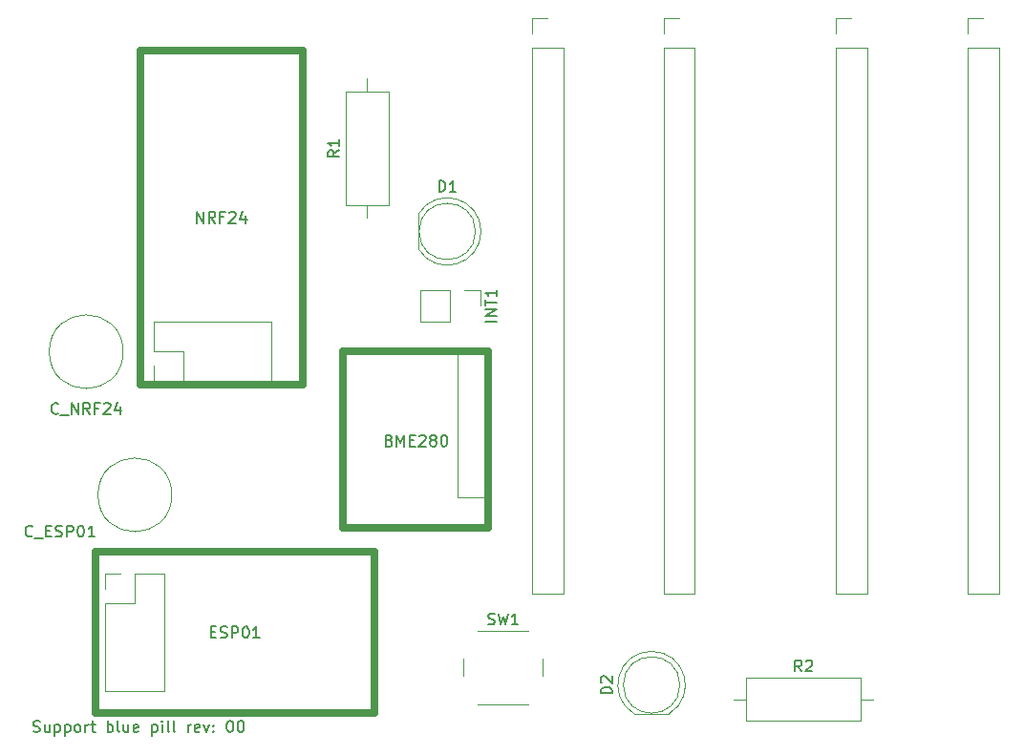
<source format=gto>
%TF.GenerationSoftware,KiCad,Pcbnew,9.0.7*%
%TF.CreationDate,2026-01-24T19:15:04+01:00*%
%TF.ProjectId,carte_support_reveil,63617274-655f-4737-9570-706f72745f72,rev?*%
%TF.SameCoordinates,Original*%
%TF.FileFunction,Legend,Top*%
%TF.FilePolarity,Positive*%
%FSLAX46Y46*%
G04 Gerber Fmt 4.6, Leading zero omitted, Abs format (unit mm)*
G04 Created by KiCad (PCBNEW 9.0.7) date 2026-01-24 19:15:04*
%MOMM*%
%LPD*%
G01*
G04 APERTURE LIST*
%ADD10C,0.700000*%
%ADD11C,0.200000*%
%ADD12C,0.150000*%
%ADD13C,0.120000*%
G04 APERTURE END LIST*
D10*
X122788000Y-101250000D02*
X135632000Y-101250000D01*
X135632000Y-116854000D01*
X122788000Y-116854000D01*
X122788000Y-101250000D01*
X100788000Y-119030000D02*
X125588000Y-119030000D01*
X125588000Y-133330000D01*
X100788000Y-133330000D01*
X100788000Y-119030000D01*
X104826000Y-74580000D02*
X119160000Y-74580000D01*
X119160000Y-104188000D01*
X104826000Y-104188000D01*
X104826000Y-74580000D01*
D11*
X95318054Y-134947600D02*
X95460911Y-134995219D01*
X95460911Y-134995219D02*
X95699006Y-134995219D01*
X95699006Y-134995219D02*
X95794244Y-134947600D01*
X95794244Y-134947600D02*
X95841863Y-134899980D01*
X95841863Y-134899980D02*
X95889482Y-134804742D01*
X95889482Y-134804742D02*
X95889482Y-134709504D01*
X95889482Y-134709504D02*
X95841863Y-134614266D01*
X95841863Y-134614266D02*
X95794244Y-134566647D01*
X95794244Y-134566647D02*
X95699006Y-134519028D01*
X95699006Y-134519028D02*
X95508530Y-134471409D01*
X95508530Y-134471409D02*
X95413292Y-134423790D01*
X95413292Y-134423790D02*
X95365673Y-134376171D01*
X95365673Y-134376171D02*
X95318054Y-134280933D01*
X95318054Y-134280933D02*
X95318054Y-134185695D01*
X95318054Y-134185695D02*
X95365673Y-134090457D01*
X95365673Y-134090457D02*
X95413292Y-134042838D01*
X95413292Y-134042838D02*
X95508530Y-133995219D01*
X95508530Y-133995219D02*
X95746625Y-133995219D01*
X95746625Y-133995219D02*
X95889482Y-134042838D01*
X96746625Y-134328552D02*
X96746625Y-134995219D01*
X96318054Y-134328552D02*
X96318054Y-134852361D01*
X96318054Y-134852361D02*
X96365673Y-134947600D01*
X96365673Y-134947600D02*
X96460911Y-134995219D01*
X96460911Y-134995219D02*
X96603768Y-134995219D01*
X96603768Y-134995219D02*
X96699006Y-134947600D01*
X96699006Y-134947600D02*
X96746625Y-134899980D01*
X97222816Y-134328552D02*
X97222816Y-135328552D01*
X97222816Y-134376171D02*
X97318054Y-134328552D01*
X97318054Y-134328552D02*
X97508530Y-134328552D01*
X97508530Y-134328552D02*
X97603768Y-134376171D01*
X97603768Y-134376171D02*
X97651387Y-134423790D01*
X97651387Y-134423790D02*
X97699006Y-134519028D01*
X97699006Y-134519028D02*
X97699006Y-134804742D01*
X97699006Y-134804742D02*
X97651387Y-134899980D01*
X97651387Y-134899980D02*
X97603768Y-134947600D01*
X97603768Y-134947600D02*
X97508530Y-134995219D01*
X97508530Y-134995219D02*
X97318054Y-134995219D01*
X97318054Y-134995219D02*
X97222816Y-134947600D01*
X98127578Y-134328552D02*
X98127578Y-135328552D01*
X98127578Y-134376171D02*
X98222816Y-134328552D01*
X98222816Y-134328552D02*
X98413292Y-134328552D01*
X98413292Y-134328552D02*
X98508530Y-134376171D01*
X98508530Y-134376171D02*
X98556149Y-134423790D01*
X98556149Y-134423790D02*
X98603768Y-134519028D01*
X98603768Y-134519028D02*
X98603768Y-134804742D01*
X98603768Y-134804742D02*
X98556149Y-134899980D01*
X98556149Y-134899980D02*
X98508530Y-134947600D01*
X98508530Y-134947600D02*
X98413292Y-134995219D01*
X98413292Y-134995219D02*
X98222816Y-134995219D01*
X98222816Y-134995219D02*
X98127578Y-134947600D01*
X99175197Y-134995219D02*
X99079959Y-134947600D01*
X99079959Y-134947600D02*
X99032340Y-134899980D01*
X99032340Y-134899980D02*
X98984721Y-134804742D01*
X98984721Y-134804742D02*
X98984721Y-134519028D01*
X98984721Y-134519028D02*
X99032340Y-134423790D01*
X99032340Y-134423790D02*
X99079959Y-134376171D01*
X99079959Y-134376171D02*
X99175197Y-134328552D01*
X99175197Y-134328552D02*
X99318054Y-134328552D01*
X99318054Y-134328552D02*
X99413292Y-134376171D01*
X99413292Y-134376171D02*
X99460911Y-134423790D01*
X99460911Y-134423790D02*
X99508530Y-134519028D01*
X99508530Y-134519028D02*
X99508530Y-134804742D01*
X99508530Y-134804742D02*
X99460911Y-134899980D01*
X99460911Y-134899980D02*
X99413292Y-134947600D01*
X99413292Y-134947600D02*
X99318054Y-134995219D01*
X99318054Y-134995219D02*
X99175197Y-134995219D01*
X99937102Y-134995219D02*
X99937102Y-134328552D01*
X99937102Y-134519028D02*
X99984721Y-134423790D01*
X99984721Y-134423790D02*
X100032340Y-134376171D01*
X100032340Y-134376171D02*
X100127578Y-134328552D01*
X100127578Y-134328552D02*
X100222816Y-134328552D01*
X100413293Y-134328552D02*
X100794245Y-134328552D01*
X100556150Y-133995219D02*
X100556150Y-134852361D01*
X100556150Y-134852361D02*
X100603769Y-134947600D01*
X100603769Y-134947600D02*
X100699007Y-134995219D01*
X100699007Y-134995219D02*
X100794245Y-134995219D01*
X101889484Y-134995219D02*
X101889484Y-133995219D01*
X101889484Y-134376171D02*
X101984722Y-134328552D01*
X101984722Y-134328552D02*
X102175198Y-134328552D01*
X102175198Y-134328552D02*
X102270436Y-134376171D01*
X102270436Y-134376171D02*
X102318055Y-134423790D01*
X102318055Y-134423790D02*
X102365674Y-134519028D01*
X102365674Y-134519028D02*
X102365674Y-134804742D01*
X102365674Y-134804742D02*
X102318055Y-134899980D01*
X102318055Y-134899980D02*
X102270436Y-134947600D01*
X102270436Y-134947600D02*
X102175198Y-134995219D01*
X102175198Y-134995219D02*
X101984722Y-134995219D01*
X101984722Y-134995219D02*
X101889484Y-134947600D01*
X102937103Y-134995219D02*
X102841865Y-134947600D01*
X102841865Y-134947600D02*
X102794246Y-134852361D01*
X102794246Y-134852361D02*
X102794246Y-133995219D01*
X103746627Y-134328552D02*
X103746627Y-134995219D01*
X103318056Y-134328552D02*
X103318056Y-134852361D01*
X103318056Y-134852361D02*
X103365675Y-134947600D01*
X103365675Y-134947600D02*
X103460913Y-134995219D01*
X103460913Y-134995219D02*
X103603770Y-134995219D01*
X103603770Y-134995219D02*
X103699008Y-134947600D01*
X103699008Y-134947600D02*
X103746627Y-134899980D01*
X104603770Y-134947600D02*
X104508532Y-134995219D01*
X104508532Y-134995219D02*
X104318056Y-134995219D01*
X104318056Y-134995219D02*
X104222818Y-134947600D01*
X104222818Y-134947600D02*
X104175199Y-134852361D01*
X104175199Y-134852361D02*
X104175199Y-134471409D01*
X104175199Y-134471409D02*
X104222818Y-134376171D01*
X104222818Y-134376171D02*
X104318056Y-134328552D01*
X104318056Y-134328552D02*
X104508532Y-134328552D01*
X104508532Y-134328552D02*
X104603770Y-134376171D01*
X104603770Y-134376171D02*
X104651389Y-134471409D01*
X104651389Y-134471409D02*
X104651389Y-134566647D01*
X104651389Y-134566647D02*
X104175199Y-134661885D01*
X105841866Y-134328552D02*
X105841866Y-135328552D01*
X105841866Y-134376171D02*
X105937104Y-134328552D01*
X105937104Y-134328552D02*
X106127580Y-134328552D01*
X106127580Y-134328552D02*
X106222818Y-134376171D01*
X106222818Y-134376171D02*
X106270437Y-134423790D01*
X106270437Y-134423790D02*
X106318056Y-134519028D01*
X106318056Y-134519028D02*
X106318056Y-134804742D01*
X106318056Y-134804742D02*
X106270437Y-134899980D01*
X106270437Y-134899980D02*
X106222818Y-134947600D01*
X106222818Y-134947600D02*
X106127580Y-134995219D01*
X106127580Y-134995219D02*
X105937104Y-134995219D01*
X105937104Y-134995219D02*
X105841866Y-134947600D01*
X106746628Y-134995219D02*
X106746628Y-134328552D01*
X106746628Y-133995219D02*
X106699009Y-134042838D01*
X106699009Y-134042838D02*
X106746628Y-134090457D01*
X106746628Y-134090457D02*
X106794247Y-134042838D01*
X106794247Y-134042838D02*
X106746628Y-133995219D01*
X106746628Y-133995219D02*
X106746628Y-134090457D01*
X107365675Y-134995219D02*
X107270437Y-134947600D01*
X107270437Y-134947600D02*
X107222818Y-134852361D01*
X107222818Y-134852361D02*
X107222818Y-133995219D01*
X107889485Y-134995219D02*
X107794247Y-134947600D01*
X107794247Y-134947600D02*
X107746628Y-134852361D01*
X107746628Y-134852361D02*
X107746628Y-133995219D01*
X109032343Y-134995219D02*
X109032343Y-134328552D01*
X109032343Y-134519028D02*
X109079962Y-134423790D01*
X109079962Y-134423790D02*
X109127581Y-134376171D01*
X109127581Y-134376171D02*
X109222819Y-134328552D01*
X109222819Y-134328552D02*
X109318057Y-134328552D01*
X110032343Y-134947600D02*
X109937105Y-134995219D01*
X109937105Y-134995219D02*
X109746629Y-134995219D01*
X109746629Y-134995219D02*
X109651391Y-134947600D01*
X109651391Y-134947600D02*
X109603772Y-134852361D01*
X109603772Y-134852361D02*
X109603772Y-134471409D01*
X109603772Y-134471409D02*
X109651391Y-134376171D01*
X109651391Y-134376171D02*
X109746629Y-134328552D01*
X109746629Y-134328552D02*
X109937105Y-134328552D01*
X109937105Y-134328552D02*
X110032343Y-134376171D01*
X110032343Y-134376171D02*
X110079962Y-134471409D01*
X110079962Y-134471409D02*
X110079962Y-134566647D01*
X110079962Y-134566647D02*
X109603772Y-134661885D01*
X110413296Y-134328552D02*
X110651391Y-134995219D01*
X110651391Y-134995219D02*
X110889486Y-134328552D01*
X111270439Y-134899980D02*
X111318058Y-134947600D01*
X111318058Y-134947600D02*
X111270439Y-134995219D01*
X111270439Y-134995219D02*
X111222820Y-134947600D01*
X111222820Y-134947600D02*
X111270439Y-134899980D01*
X111270439Y-134899980D02*
X111270439Y-134995219D01*
X111270439Y-134376171D02*
X111318058Y-134423790D01*
X111318058Y-134423790D02*
X111270439Y-134471409D01*
X111270439Y-134471409D02*
X111222820Y-134423790D01*
X111222820Y-134423790D02*
X111270439Y-134376171D01*
X111270439Y-134376171D02*
X111270439Y-134471409D01*
X112699010Y-133995219D02*
X112794248Y-133995219D01*
X112794248Y-133995219D02*
X112889486Y-134042838D01*
X112889486Y-134042838D02*
X112937105Y-134090457D01*
X112937105Y-134090457D02*
X112984724Y-134185695D01*
X112984724Y-134185695D02*
X113032343Y-134376171D01*
X113032343Y-134376171D02*
X113032343Y-134614266D01*
X113032343Y-134614266D02*
X112984724Y-134804742D01*
X112984724Y-134804742D02*
X112937105Y-134899980D01*
X112937105Y-134899980D02*
X112889486Y-134947600D01*
X112889486Y-134947600D02*
X112794248Y-134995219D01*
X112794248Y-134995219D02*
X112699010Y-134995219D01*
X112699010Y-134995219D02*
X112603772Y-134947600D01*
X112603772Y-134947600D02*
X112556153Y-134899980D01*
X112556153Y-134899980D02*
X112508534Y-134804742D01*
X112508534Y-134804742D02*
X112460915Y-134614266D01*
X112460915Y-134614266D02*
X112460915Y-134376171D01*
X112460915Y-134376171D02*
X112508534Y-134185695D01*
X112508534Y-134185695D02*
X112556153Y-134090457D01*
X112556153Y-134090457D02*
X112603772Y-134042838D01*
X112603772Y-134042838D02*
X112699010Y-133995219D01*
X113651391Y-133995219D02*
X113746629Y-133995219D01*
X113746629Y-133995219D02*
X113841867Y-134042838D01*
X113841867Y-134042838D02*
X113889486Y-134090457D01*
X113889486Y-134090457D02*
X113937105Y-134185695D01*
X113937105Y-134185695D02*
X113984724Y-134376171D01*
X113984724Y-134376171D02*
X113984724Y-134614266D01*
X113984724Y-134614266D02*
X113937105Y-134804742D01*
X113937105Y-134804742D02*
X113889486Y-134899980D01*
X113889486Y-134899980D02*
X113841867Y-134947600D01*
X113841867Y-134947600D02*
X113746629Y-134995219D01*
X113746629Y-134995219D02*
X113651391Y-134995219D01*
X113651391Y-134995219D02*
X113556153Y-134947600D01*
X113556153Y-134947600D02*
X113508534Y-134899980D01*
X113508534Y-134899980D02*
X113460915Y-134804742D01*
X113460915Y-134804742D02*
X113413296Y-134614266D01*
X113413296Y-134614266D02*
X113413296Y-134376171D01*
X113413296Y-134376171D02*
X113460915Y-134185695D01*
X113460915Y-134185695D02*
X113508534Y-134090457D01*
X113508534Y-134090457D02*
X113556153Y-134042838D01*
X113556153Y-134042838D02*
X113651391Y-133995219D01*
X97523809Y-106686980D02*
X97476190Y-106734600D01*
X97476190Y-106734600D02*
X97333333Y-106782219D01*
X97333333Y-106782219D02*
X97238095Y-106782219D01*
X97238095Y-106782219D02*
X97095238Y-106734600D01*
X97095238Y-106734600D02*
X97000000Y-106639361D01*
X97000000Y-106639361D02*
X96952381Y-106544123D01*
X96952381Y-106544123D02*
X96904762Y-106353647D01*
X96904762Y-106353647D02*
X96904762Y-106210790D01*
X96904762Y-106210790D02*
X96952381Y-106020314D01*
X96952381Y-106020314D02*
X97000000Y-105925076D01*
X97000000Y-105925076D02*
X97095238Y-105829838D01*
X97095238Y-105829838D02*
X97238095Y-105782219D01*
X97238095Y-105782219D02*
X97333333Y-105782219D01*
X97333333Y-105782219D02*
X97476190Y-105829838D01*
X97476190Y-105829838D02*
X97523809Y-105877457D01*
X97714286Y-106877457D02*
X98476190Y-106877457D01*
X98714286Y-106782219D02*
X98714286Y-105782219D01*
X98714286Y-105782219D02*
X99285714Y-106782219D01*
X99285714Y-106782219D02*
X99285714Y-105782219D01*
X100333333Y-106782219D02*
X100000000Y-106306028D01*
X99761905Y-106782219D02*
X99761905Y-105782219D01*
X99761905Y-105782219D02*
X100142857Y-105782219D01*
X100142857Y-105782219D02*
X100238095Y-105829838D01*
X100238095Y-105829838D02*
X100285714Y-105877457D01*
X100285714Y-105877457D02*
X100333333Y-105972695D01*
X100333333Y-105972695D02*
X100333333Y-106115552D01*
X100333333Y-106115552D02*
X100285714Y-106210790D01*
X100285714Y-106210790D02*
X100238095Y-106258409D01*
X100238095Y-106258409D02*
X100142857Y-106306028D01*
X100142857Y-106306028D02*
X99761905Y-106306028D01*
X101095238Y-106258409D02*
X100761905Y-106258409D01*
X100761905Y-106782219D02*
X100761905Y-105782219D01*
X100761905Y-105782219D02*
X101238095Y-105782219D01*
X101571429Y-105877457D02*
X101619048Y-105829838D01*
X101619048Y-105829838D02*
X101714286Y-105782219D01*
X101714286Y-105782219D02*
X101952381Y-105782219D01*
X101952381Y-105782219D02*
X102047619Y-105829838D01*
X102047619Y-105829838D02*
X102095238Y-105877457D01*
X102095238Y-105877457D02*
X102142857Y-105972695D01*
X102142857Y-105972695D02*
X102142857Y-106067933D01*
X102142857Y-106067933D02*
X102095238Y-106210790D01*
X102095238Y-106210790D02*
X101523810Y-106782219D01*
X101523810Y-106782219D02*
X102142857Y-106782219D01*
X103000000Y-106115552D02*
X103000000Y-106782219D01*
X102761905Y-105734600D02*
X102523810Y-106448885D01*
X102523810Y-106448885D02*
X103142857Y-106448885D01*
X109826333Y-89836219D02*
X109826333Y-88836219D01*
X109826333Y-88836219D02*
X110397761Y-89836219D01*
X110397761Y-89836219D02*
X110397761Y-88836219D01*
X111445380Y-89836219D02*
X111112047Y-89360028D01*
X110873952Y-89836219D02*
X110873952Y-88836219D01*
X110873952Y-88836219D02*
X111254904Y-88836219D01*
X111254904Y-88836219D02*
X111350142Y-88883838D01*
X111350142Y-88883838D02*
X111397761Y-88931457D01*
X111397761Y-88931457D02*
X111445380Y-89026695D01*
X111445380Y-89026695D02*
X111445380Y-89169552D01*
X111445380Y-89169552D02*
X111397761Y-89264790D01*
X111397761Y-89264790D02*
X111350142Y-89312409D01*
X111350142Y-89312409D02*
X111254904Y-89360028D01*
X111254904Y-89360028D02*
X110873952Y-89360028D01*
X112207285Y-89312409D02*
X111873952Y-89312409D01*
X111873952Y-89836219D02*
X111873952Y-88836219D01*
X111873952Y-88836219D02*
X112350142Y-88836219D01*
X112683476Y-88931457D02*
X112731095Y-88883838D01*
X112731095Y-88883838D02*
X112826333Y-88836219D01*
X112826333Y-88836219D02*
X113064428Y-88836219D01*
X113064428Y-88836219D02*
X113159666Y-88883838D01*
X113159666Y-88883838D02*
X113207285Y-88931457D01*
X113207285Y-88931457D02*
X113254904Y-89026695D01*
X113254904Y-89026695D02*
X113254904Y-89121933D01*
X113254904Y-89121933D02*
X113207285Y-89264790D01*
X113207285Y-89264790D02*
X112635857Y-89836219D01*
X112635857Y-89836219D02*
X113254904Y-89836219D01*
X114112047Y-89169552D02*
X114112047Y-89836219D01*
X113873952Y-88788600D02*
X113635857Y-89502885D01*
X113635857Y-89502885D02*
X114254904Y-89502885D01*
X95241618Y-117576980D02*
X95193999Y-117624600D01*
X95193999Y-117624600D02*
X95051142Y-117672219D01*
X95051142Y-117672219D02*
X94955904Y-117672219D01*
X94955904Y-117672219D02*
X94813047Y-117624600D01*
X94813047Y-117624600D02*
X94717809Y-117529361D01*
X94717809Y-117529361D02*
X94670190Y-117434123D01*
X94670190Y-117434123D02*
X94622571Y-117243647D01*
X94622571Y-117243647D02*
X94622571Y-117100790D01*
X94622571Y-117100790D02*
X94670190Y-116910314D01*
X94670190Y-116910314D02*
X94717809Y-116815076D01*
X94717809Y-116815076D02*
X94813047Y-116719838D01*
X94813047Y-116719838D02*
X94955904Y-116672219D01*
X94955904Y-116672219D02*
X95051142Y-116672219D01*
X95051142Y-116672219D02*
X95193999Y-116719838D01*
X95193999Y-116719838D02*
X95241618Y-116767457D01*
X95432095Y-117767457D02*
X96193999Y-117767457D01*
X96432095Y-117148409D02*
X96765428Y-117148409D01*
X96908285Y-117672219D02*
X96432095Y-117672219D01*
X96432095Y-117672219D02*
X96432095Y-116672219D01*
X96432095Y-116672219D02*
X96908285Y-116672219D01*
X97289238Y-117624600D02*
X97432095Y-117672219D01*
X97432095Y-117672219D02*
X97670190Y-117672219D01*
X97670190Y-117672219D02*
X97765428Y-117624600D01*
X97765428Y-117624600D02*
X97813047Y-117576980D01*
X97813047Y-117576980D02*
X97860666Y-117481742D01*
X97860666Y-117481742D02*
X97860666Y-117386504D01*
X97860666Y-117386504D02*
X97813047Y-117291266D01*
X97813047Y-117291266D02*
X97765428Y-117243647D01*
X97765428Y-117243647D02*
X97670190Y-117196028D01*
X97670190Y-117196028D02*
X97479714Y-117148409D01*
X97479714Y-117148409D02*
X97384476Y-117100790D01*
X97384476Y-117100790D02*
X97336857Y-117053171D01*
X97336857Y-117053171D02*
X97289238Y-116957933D01*
X97289238Y-116957933D02*
X97289238Y-116862695D01*
X97289238Y-116862695D02*
X97336857Y-116767457D01*
X97336857Y-116767457D02*
X97384476Y-116719838D01*
X97384476Y-116719838D02*
X97479714Y-116672219D01*
X97479714Y-116672219D02*
X97717809Y-116672219D01*
X97717809Y-116672219D02*
X97860666Y-116719838D01*
X98289238Y-117672219D02*
X98289238Y-116672219D01*
X98289238Y-116672219D02*
X98670190Y-116672219D01*
X98670190Y-116672219D02*
X98765428Y-116719838D01*
X98765428Y-116719838D02*
X98813047Y-116767457D01*
X98813047Y-116767457D02*
X98860666Y-116862695D01*
X98860666Y-116862695D02*
X98860666Y-117005552D01*
X98860666Y-117005552D02*
X98813047Y-117100790D01*
X98813047Y-117100790D02*
X98765428Y-117148409D01*
X98765428Y-117148409D02*
X98670190Y-117196028D01*
X98670190Y-117196028D02*
X98289238Y-117196028D01*
X99479714Y-116672219D02*
X99574952Y-116672219D01*
X99574952Y-116672219D02*
X99670190Y-116719838D01*
X99670190Y-116719838D02*
X99717809Y-116767457D01*
X99717809Y-116767457D02*
X99765428Y-116862695D01*
X99765428Y-116862695D02*
X99813047Y-117053171D01*
X99813047Y-117053171D02*
X99813047Y-117291266D01*
X99813047Y-117291266D02*
X99765428Y-117481742D01*
X99765428Y-117481742D02*
X99717809Y-117576980D01*
X99717809Y-117576980D02*
X99670190Y-117624600D01*
X99670190Y-117624600D02*
X99574952Y-117672219D01*
X99574952Y-117672219D02*
X99479714Y-117672219D01*
X99479714Y-117672219D02*
X99384476Y-117624600D01*
X99384476Y-117624600D02*
X99336857Y-117576980D01*
X99336857Y-117576980D02*
X99289238Y-117481742D01*
X99289238Y-117481742D02*
X99241619Y-117291266D01*
X99241619Y-117291266D02*
X99241619Y-117053171D01*
X99241619Y-117053171D02*
X99289238Y-116862695D01*
X99289238Y-116862695D02*
X99336857Y-116767457D01*
X99336857Y-116767457D02*
X99384476Y-116719838D01*
X99384476Y-116719838D02*
X99479714Y-116672219D01*
X100765428Y-117672219D02*
X100194000Y-117672219D01*
X100479714Y-117672219D02*
X100479714Y-116672219D01*
X100479714Y-116672219D02*
X100384476Y-116815076D01*
X100384476Y-116815076D02*
X100289238Y-116910314D01*
X100289238Y-116910314D02*
X100194000Y-116957933D01*
D12*
X163409333Y-129614819D02*
X163076000Y-129138628D01*
X162837905Y-129614819D02*
X162837905Y-128614819D01*
X162837905Y-128614819D02*
X163218857Y-128614819D01*
X163218857Y-128614819D02*
X163314095Y-128662438D01*
X163314095Y-128662438D02*
X163361714Y-128710057D01*
X163361714Y-128710057D02*
X163409333Y-128805295D01*
X163409333Y-128805295D02*
X163409333Y-128948152D01*
X163409333Y-128948152D02*
X163361714Y-129043390D01*
X163361714Y-129043390D02*
X163314095Y-129091009D01*
X163314095Y-129091009D02*
X163218857Y-129138628D01*
X163218857Y-129138628D02*
X162837905Y-129138628D01*
X163790286Y-128710057D02*
X163837905Y-128662438D01*
X163837905Y-128662438D02*
X163933143Y-128614819D01*
X163933143Y-128614819D02*
X164171238Y-128614819D01*
X164171238Y-128614819D02*
X164266476Y-128662438D01*
X164266476Y-128662438D02*
X164314095Y-128710057D01*
X164314095Y-128710057D02*
X164361714Y-128805295D01*
X164361714Y-128805295D02*
X164361714Y-128900533D01*
X164361714Y-128900533D02*
X164314095Y-129043390D01*
X164314095Y-129043390D02*
X163742667Y-129614819D01*
X163742667Y-129614819D02*
X164361714Y-129614819D01*
D11*
X136360219Y-98566951D02*
X135360219Y-98566951D01*
X136360219Y-98090761D02*
X135360219Y-98090761D01*
X135360219Y-98090761D02*
X136360219Y-97519333D01*
X136360219Y-97519333D02*
X135360219Y-97519333D01*
X135360219Y-97185999D02*
X135360219Y-96614571D01*
X136360219Y-96900285D02*
X135360219Y-96900285D01*
X136360219Y-95757428D02*
X136360219Y-96328856D01*
X136360219Y-96043142D02*
X135360219Y-96043142D01*
X135360219Y-96043142D02*
X135503076Y-96138380D01*
X135503076Y-96138380D02*
X135598314Y-96233618D01*
X135598314Y-96233618D02*
X135645933Y-96328856D01*
X122424219Y-83382666D02*
X121948028Y-83715999D01*
X122424219Y-83954094D02*
X121424219Y-83954094D01*
X121424219Y-83954094D02*
X121424219Y-83573142D01*
X121424219Y-83573142D02*
X121471838Y-83477904D01*
X121471838Y-83477904D02*
X121519457Y-83430285D01*
X121519457Y-83430285D02*
X121614695Y-83382666D01*
X121614695Y-83382666D02*
X121757552Y-83382666D01*
X121757552Y-83382666D02*
X121852790Y-83430285D01*
X121852790Y-83430285D02*
X121900409Y-83477904D01*
X121900409Y-83477904D02*
X121948028Y-83573142D01*
X121948028Y-83573142D02*
X121948028Y-83954094D01*
X122424219Y-82430285D02*
X122424219Y-83001713D01*
X122424219Y-82715999D02*
X121424219Y-82715999D01*
X121424219Y-82715999D02*
X121567076Y-82811237D01*
X121567076Y-82811237D02*
X121662314Y-82906475D01*
X121662314Y-82906475D02*
X121709933Y-83001713D01*
D12*
X135624667Y-125407200D02*
X135767524Y-125454819D01*
X135767524Y-125454819D02*
X136005619Y-125454819D01*
X136005619Y-125454819D02*
X136100857Y-125407200D01*
X136100857Y-125407200D02*
X136148476Y-125359580D01*
X136148476Y-125359580D02*
X136196095Y-125264342D01*
X136196095Y-125264342D02*
X136196095Y-125169104D01*
X136196095Y-125169104D02*
X136148476Y-125073866D01*
X136148476Y-125073866D02*
X136100857Y-125026247D01*
X136100857Y-125026247D02*
X136005619Y-124978628D01*
X136005619Y-124978628D02*
X135815143Y-124931009D01*
X135815143Y-124931009D02*
X135719905Y-124883390D01*
X135719905Y-124883390D02*
X135672286Y-124835771D01*
X135672286Y-124835771D02*
X135624667Y-124740533D01*
X135624667Y-124740533D02*
X135624667Y-124645295D01*
X135624667Y-124645295D02*
X135672286Y-124550057D01*
X135672286Y-124550057D02*
X135719905Y-124502438D01*
X135719905Y-124502438D02*
X135815143Y-124454819D01*
X135815143Y-124454819D02*
X136053238Y-124454819D01*
X136053238Y-124454819D02*
X136196095Y-124502438D01*
X136529429Y-124454819D02*
X136767524Y-125454819D01*
X136767524Y-125454819D02*
X136958000Y-124740533D01*
X136958000Y-124740533D02*
X137148476Y-125454819D01*
X137148476Y-125454819D02*
X137386572Y-124454819D01*
X138291333Y-125454819D02*
X137719905Y-125454819D01*
X138005619Y-125454819D02*
X138005619Y-124454819D01*
X138005619Y-124454819D02*
X137910381Y-124597676D01*
X137910381Y-124597676D02*
X137815143Y-124692914D01*
X137815143Y-124692914D02*
X137719905Y-124740533D01*
D11*
X131265905Y-87074219D02*
X131265905Y-86074219D01*
X131265905Y-86074219D02*
X131504000Y-86074219D01*
X131504000Y-86074219D02*
X131646857Y-86121838D01*
X131646857Y-86121838D02*
X131742095Y-86217076D01*
X131742095Y-86217076D02*
X131789714Y-86312314D01*
X131789714Y-86312314D02*
X131837333Y-86502790D01*
X131837333Y-86502790D02*
X131837333Y-86645647D01*
X131837333Y-86645647D02*
X131789714Y-86836123D01*
X131789714Y-86836123D02*
X131742095Y-86931361D01*
X131742095Y-86931361D02*
X131646857Y-87026600D01*
X131646857Y-87026600D02*
X131504000Y-87074219D01*
X131504000Y-87074219D02*
X131265905Y-87074219D01*
X132789714Y-87074219D02*
X132218286Y-87074219D01*
X132504000Y-87074219D02*
X132504000Y-86074219D01*
X132504000Y-86074219D02*
X132408762Y-86217076D01*
X132408762Y-86217076D02*
X132313524Y-86312314D01*
X132313524Y-86312314D02*
X132218286Y-86359933D01*
X126867047Y-109124409D02*
X127009904Y-109172028D01*
X127009904Y-109172028D02*
X127057523Y-109219647D01*
X127057523Y-109219647D02*
X127105142Y-109314885D01*
X127105142Y-109314885D02*
X127105142Y-109457742D01*
X127105142Y-109457742D02*
X127057523Y-109552980D01*
X127057523Y-109552980D02*
X127009904Y-109600600D01*
X127009904Y-109600600D02*
X126914666Y-109648219D01*
X126914666Y-109648219D02*
X126533714Y-109648219D01*
X126533714Y-109648219D02*
X126533714Y-108648219D01*
X126533714Y-108648219D02*
X126867047Y-108648219D01*
X126867047Y-108648219D02*
X126962285Y-108695838D01*
X126962285Y-108695838D02*
X127009904Y-108743457D01*
X127009904Y-108743457D02*
X127057523Y-108838695D01*
X127057523Y-108838695D02*
X127057523Y-108933933D01*
X127057523Y-108933933D02*
X127009904Y-109029171D01*
X127009904Y-109029171D02*
X126962285Y-109076790D01*
X126962285Y-109076790D02*
X126867047Y-109124409D01*
X126867047Y-109124409D02*
X126533714Y-109124409D01*
X127533714Y-109648219D02*
X127533714Y-108648219D01*
X127533714Y-108648219D02*
X127867047Y-109362504D01*
X127867047Y-109362504D02*
X128200380Y-108648219D01*
X128200380Y-108648219D02*
X128200380Y-109648219D01*
X128676571Y-109124409D02*
X129009904Y-109124409D01*
X129152761Y-109648219D02*
X128676571Y-109648219D01*
X128676571Y-109648219D02*
X128676571Y-108648219D01*
X128676571Y-108648219D02*
X129152761Y-108648219D01*
X129533714Y-108743457D02*
X129581333Y-108695838D01*
X129581333Y-108695838D02*
X129676571Y-108648219D01*
X129676571Y-108648219D02*
X129914666Y-108648219D01*
X129914666Y-108648219D02*
X130009904Y-108695838D01*
X130009904Y-108695838D02*
X130057523Y-108743457D01*
X130057523Y-108743457D02*
X130105142Y-108838695D01*
X130105142Y-108838695D02*
X130105142Y-108933933D01*
X130105142Y-108933933D02*
X130057523Y-109076790D01*
X130057523Y-109076790D02*
X129486095Y-109648219D01*
X129486095Y-109648219D02*
X130105142Y-109648219D01*
X130676571Y-109076790D02*
X130581333Y-109029171D01*
X130581333Y-109029171D02*
X130533714Y-108981552D01*
X130533714Y-108981552D02*
X130486095Y-108886314D01*
X130486095Y-108886314D02*
X130486095Y-108838695D01*
X130486095Y-108838695D02*
X130533714Y-108743457D01*
X130533714Y-108743457D02*
X130581333Y-108695838D01*
X130581333Y-108695838D02*
X130676571Y-108648219D01*
X130676571Y-108648219D02*
X130867047Y-108648219D01*
X130867047Y-108648219D02*
X130962285Y-108695838D01*
X130962285Y-108695838D02*
X131009904Y-108743457D01*
X131009904Y-108743457D02*
X131057523Y-108838695D01*
X131057523Y-108838695D02*
X131057523Y-108886314D01*
X131057523Y-108886314D02*
X131009904Y-108981552D01*
X131009904Y-108981552D02*
X130962285Y-109029171D01*
X130962285Y-109029171D02*
X130867047Y-109076790D01*
X130867047Y-109076790D02*
X130676571Y-109076790D01*
X130676571Y-109076790D02*
X130581333Y-109124409D01*
X130581333Y-109124409D02*
X130533714Y-109172028D01*
X130533714Y-109172028D02*
X130486095Y-109267266D01*
X130486095Y-109267266D02*
X130486095Y-109457742D01*
X130486095Y-109457742D02*
X130533714Y-109552980D01*
X130533714Y-109552980D02*
X130581333Y-109600600D01*
X130581333Y-109600600D02*
X130676571Y-109648219D01*
X130676571Y-109648219D02*
X130867047Y-109648219D01*
X130867047Y-109648219D02*
X130962285Y-109600600D01*
X130962285Y-109600600D02*
X131009904Y-109552980D01*
X131009904Y-109552980D02*
X131057523Y-109457742D01*
X131057523Y-109457742D02*
X131057523Y-109267266D01*
X131057523Y-109267266D02*
X131009904Y-109172028D01*
X131009904Y-109172028D02*
X130962285Y-109124409D01*
X130962285Y-109124409D02*
X130867047Y-109076790D01*
X131676571Y-108648219D02*
X131771809Y-108648219D01*
X131771809Y-108648219D02*
X131867047Y-108695838D01*
X131867047Y-108695838D02*
X131914666Y-108743457D01*
X131914666Y-108743457D02*
X131962285Y-108838695D01*
X131962285Y-108838695D02*
X132009904Y-109029171D01*
X132009904Y-109029171D02*
X132009904Y-109267266D01*
X132009904Y-109267266D02*
X131962285Y-109457742D01*
X131962285Y-109457742D02*
X131914666Y-109552980D01*
X131914666Y-109552980D02*
X131867047Y-109600600D01*
X131867047Y-109600600D02*
X131771809Y-109648219D01*
X131771809Y-109648219D02*
X131676571Y-109648219D01*
X131676571Y-109648219D02*
X131581333Y-109600600D01*
X131581333Y-109600600D02*
X131533714Y-109552980D01*
X131533714Y-109552980D02*
X131486095Y-109457742D01*
X131486095Y-109457742D02*
X131438476Y-109267266D01*
X131438476Y-109267266D02*
X131438476Y-109029171D01*
X131438476Y-109029171D02*
X131486095Y-108838695D01*
X131486095Y-108838695D02*
X131533714Y-108743457D01*
X131533714Y-108743457D02*
X131581333Y-108695838D01*
X131581333Y-108695838D02*
X131676571Y-108648219D01*
D12*
X146608819Y-131548094D02*
X145608819Y-131548094D01*
X145608819Y-131548094D02*
X145608819Y-131309999D01*
X145608819Y-131309999D02*
X145656438Y-131167142D01*
X145656438Y-131167142D02*
X145751676Y-131071904D01*
X145751676Y-131071904D02*
X145846914Y-131024285D01*
X145846914Y-131024285D02*
X146037390Y-130976666D01*
X146037390Y-130976666D02*
X146180247Y-130976666D01*
X146180247Y-130976666D02*
X146370723Y-131024285D01*
X146370723Y-131024285D02*
X146465961Y-131071904D01*
X146465961Y-131071904D02*
X146561200Y-131167142D01*
X146561200Y-131167142D02*
X146608819Y-131309999D01*
X146608819Y-131309999D02*
X146608819Y-131548094D01*
X145704057Y-130595713D02*
X145656438Y-130548094D01*
X145656438Y-130548094D02*
X145608819Y-130452856D01*
X145608819Y-130452856D02*
X145608819Y-130214761D01*
X145608819Y-130214761D02*
X145656438Y-130119523D01*
X145656438Y-130119523D02*
X145704057Y-130071904D01*
X145704057Y-130071904D02*
X145799295Y-130024285D01*
X145799295Y-130024285D02*
X145894533Y-130024285D01*
X145894533Y-130024285D02*
X146037390Y-130071904D01*
X146037390Y-130071904D02*
X146608819Y-130643332D01*
X146608819Y-130643332D02*
X146608819Y-130024285D01*
D11*
X111045143Y-126108409D02*
X111378476Y-126108409D01*
X111521333Y-126632219D02*
X111045143Y-126632219D01*
X111045143Y-126632219D02*
X111045143Y-125632219D01*
X111045143Y-125632219D02*
X111521333Y-125632219D01*
X111902286Y-126584600D02*
X112045143Y-126632219D01*
X112045143Y-126632219D02*
X112283238Y-126632219D01*
X112283238Y-126632219D02*
X112378476Y-126584600D01*
X112378476Y-126584600D02*
X112426095Y-126536980D01*
X112426095Y-126536980D02*
X112473714Y-126441742D01*
X112473714Y-126441742D02*
X112473714Y-126346504D01*
X112473714Y-126346504D02*
X112426095Y-126251266D01*
X112426095Y-126251266D02*
X112378476Y-126203647D01*
X112378476Y-126203647D02*
X112283238Y-126156028D01*
X112283238Y-126156028D02*
X112092762Y-126108409D01*
X112092762Y-126108409D02*
X111997524Y-126060790D01*
X111997524Y-126060790D02*
X111949905Y-126013171D01*
X111949905Y-126013171D02*
X111902286Y-125917933D01*
X111902286Y-125917933D02*
X111902286Y-125822695D01*
X111902286Y-125822695D02*
X111949905Y-125727457D01*
X111949905Y-125727457D02*
X111997524Y-125679838D01*
X111997524Y-125679838D02*
X112092762Y-125632219D01*
X112092762Y-125632219D02*
X112330857Y-125632219D01*
X112330857Y-125632219D02*
X112473714Y-125679838D01*
X112902286Y-126632219D02*
X112902286Y-125632219D01*
X112902286Y-125632219D02*
X113283238Y-125632219D01*
X113283238Y-125632219D02*
X113378476Y-125679838D01*
X113378476Y-125679838D02*
X113426095Y-125727457D01*
X113426095Y-125727457D02*
X113473714Y-125822695D01*
X113473714Y-125822695D02*
X113473714Y-125965552D01*
X113473714Y-125965552D02*
X113426095Y-126060790D01*
X113426095Y-126060790D02*
X113378476Y-126108409D01*
X113378476Y-126108409D02*
X113283238Y-126156028D01*
X113283238Y-126156028D02*
X112902286Y-126156028D01*
X114092762Y-125632219D02*
X114188000Y-125632219D01*
X114188000Y-125632219D02*
X114283238Y-125679838D01*
X114283238Y-125679838D02*
X114330857Y-125727457D01*
X114330857Y-125727457D02*
X114378476Y-125822695D01*
X114378476Y-125822695D02*
X114426095Y-126013171D01*
X114426095Y-126013171D02*
X114426095Y-126251266D01*
X114426095Y-126251266D02*
X114378476Y-126441742D01*
X114378476Y-126441742D02*
X114330857Y-126536980D01*
X114330857Y-126536980D02*
X114283238Y-126584600D01*
X114283238Y-126584600D02*
X114188000Y-126632219D01*
X114188000Y-126632219D02*
X114092762Y-126632219D01*
X114092762Y-126632219D02*
X113997524Y-126584600D01*
X113997524Y-126584600D02*
X113949905Y-126536980D01*
X113949905Y-126536980D02*
X113902286Y-126441742D01*
X113902286Y-126441742D02*
X113854667Y-126251266D01*
X113854667Y-126251266D02*
X113854667Y-126013171D01*
X113854667Y-126013171D02*
X113902286Y-125822695D01*
X113902286Y-125822695D02*
X113949905Y-125727457D01*
X113949905Y-125727457D02*
X113997524Y-125679838D01*
X113997524Y-125679838D02*
X114092762Y-125632219D01*
X115378476Y-126632219D02*
X114807048Y-126632219D01*
X115092762Y-126632219D02*
X115092762Y-125632219D01*
X115092762Y-125632219D02*
X114997524Y-125775076D01*
X114997524Y-125775076D02*
X114902286Y-125870314D01*
X114902286Y-125870314D02*
X114807048Y-125917933D01*
D13*
%TO.C,C_NRF24*%
X103270000Y-101250000D02*
G75*
G02*
X96730000Y-101250000I-3270000J0D01*
G01*
X96730000Y-101250000D02*
G75*
G02*
X103270000Y-101250000I3270000J0D01*
G01*
%TO.C,NRF24*%
X105986000Y-98600000D02*
X116366000Y-98600000D01*
X105986000Y-101250000D02*
X105986000Y-98600000D01*
X105986000Y-103900000D02*
X105986000Y-102520000D01*
X107366000Y-103900000D02*
X105986000Y-103900000D01*
X108636000Y-101250000D02*
X105986000Y-101250000D01*
X108636000Y-103900000D02*
X108636000Y-101250000D01*
X108636000Y-103900000D02*
X116366000Y-103900000D01*
X116366000Y-103900000D02*
X116366000Y-98600000D01*
%TO.C,C_ESP01*%
X107588000Y-113950000D02*
G75*
G02*
X101048000Y-113950000I-3270000J0D01*
G01*
X101048000Y-113950000D02*
G75*
G02*
X107588000Y-113950000I3270000J0D01*
G01*
%TO.C,test_pin1*%
X139514000Y-71676000D02*
X140894000Y-71676000D01*
X139514000Y-73056000D02*
X139514000Y-71676000D01*
X139514000Y-74326000D02*
X139514000Y-122696000D01*
X139514000Y-74326000D02*
X142274000Y-74326000D01*
X139514000Y-122696000D02*
X142274000Y-122696000D01*
X142274000Y-74326000D02*
X142274000Y-122696000D01*
%TO.C,R2*%
X157396000Y-132080000D02*
X158506000Y-132080000D01*
X169756000Y-132080000D02*
X168646000Y-132080000D01*
X158506000Y-130160000D02*
X168646000Y-130160000D01*
X168646000Y-134000000D01*
X158506000Y-134000000D01*
X158506000Y-130160000D01*
%TO.C,INT1*%
X129608000Y-95806000D02*
X129608000Y-98566000D01*
X132258000Y-95806000D02*
X129608000Y-95806000D01*
X132258000Y-95806000D02*
X132258000Y-98566000D01*
X132258000Y-98566000D02*
X129608000Y-98566000D01*
X133528000Y-95806000D02*
X134908000Y-95806000D01*
X134908000Y-95806000D02*
X134908000Y-97186000D01*
%TO.C,R1*%
X124892000Y-77036000D02*
X124892000Y-78146000D01*
X124892000Y-89396000D02*
X124892000Y-88286000D01*
X122972000Y-88286000D02*
X126812000Y-88286000D01*
X126812000Y-78146000D01*
X122972000Y-78146000D01*
X122972000Y-88286000D01*
%TO.C,test_pin2*%
X178122000Y-71676000D02*
X179502000Y-71676000D01*
X178122000Y-73056000D02*
X178122000Y-71676000D01*
X178122000Y-74326000D02*
X178122000Y-122696000D01*
X178122000Y-74326000D02*
X180882000Y-74326000D01*
X178122000Y-122696000D02*
X180882000Y-122696000D01*
X180882000Y-74326000D02*
X180882000Y-122696000D01*
%TO.C,SW1*%
X133458000Y-128500000D02*
X133458000Y-130000000D01*
X134708000Y-132500000D02*
X139208000Y-132500000D01*
X139208000Y-126000000D02*
X134708000Y-126000000D01*
X140458000Y-130000000D02*
X140458000Y-128500000D01*
%TO.C,blue_pill_pin2*%
X166438000Y-71676000D02*
X167818000Y-71676000D01*
X166438000Y-73056000D02*
X166438000Y-71676000D01*
X166438000Y-74326000D02*
X166438000Y-122696000D01*
X166438000Y-74326000D02*
X169198000Y-74326000D01*
X166438000Y-122696000D02*
X169198000Y-122696000D01*
X169198000Y-74326000D02*
X169198000Y-122696000D01*
%TO.C,D1*%
X129444000Y-89037000D02*
X129444000Y-92127000D01*
X129444000Y-89037170D02*
G75*
G02*
X134994000Y-90582000I2560000J-1544830D01*
G01*
X134994000Y-90582000D02*
G75*
G02*
X129444000Y-92126830I-2990000J0D01*
G01*
X134504000Y-90582000D02*
G75*
G02*
X129504000Y-90582000I-2500000J0D01*
G01*
X129504000Y-90582000D02*
G75*
G02*
X134504000Y-90582000I2500000J0D01*
G01*
%TO.C,blue_pill_pin1*%
X151172600Y-71676000D02*
X152552600Y-71676000D01*
X151172600Y-73056000D02*
X151172600Y-71676000D01*
X151172600Y-74326000D02*
X151172600Y-122696000D01*
X151172600Y-74326000D02*
X153932600Y-74326000D01*
X151172600Y-122696000D02*
X153932600Y-122696000D01*
X153932600Y-74326000D02*
X153932600Y-122696000D01*
%TO.C,BME280*%
X132910000Y-114204000D02*
X132910000Y-101394000D01*
X135670000Y-101394000D02*
X132910000Y-101394000D01*
X135670000Y-114204000D02*
X132910000Y-114204000D01*
X135670000Y-114204000D02*
X135670000Y-101394000D01*
X135670000Y-115474000D02*
X135670000Y-116854000D01*
X135670000Y-116854000D02*
X134290000Y-116854000D01*
%TO.C,D2*%
X148569000Y-133370000D02*
X151659000Y-133370000D01*
X148569170Y-133370000D02*
G75*
G02*
X150114000Y-127820000I1544830J2560000D01*
G01*
X150114000Y-127820000D02*
G75*
G02*
X151658830Y-133370000I0J-2990000D01*
G01*
X152614000Y-130810000D02*
G75*
G02*
X147614000Y-130810000I-2500000J0D01*
G01*
X147614000Y-130810000D02*
G75*
G02*
X152614000Y-130810000I2500000J0D01*
G01*
%TO.C,ESP01*%
X101648000Y-120952000D02*
X103028000Y-120952000D01*
X101648000Y-122332000D02*
X101648000Y-120952000D01*
X101648000Y-123602000D02*
X101648000Y-131332000D01*
X101648000Y-123602000D02*
X104298000Y-123602000D01*
X101648000Y-131332000D02*
X106948000Y-131332000D01*
X104298000Y-120952000D02*
X106948000Y-120952000D01*
X104298000Y-123602000D02*
X104298000Y-120952000D01*
X106948000Y-120952000D02*
X106948000Y-131332000D01*
%TD*%
M02*

</source>
